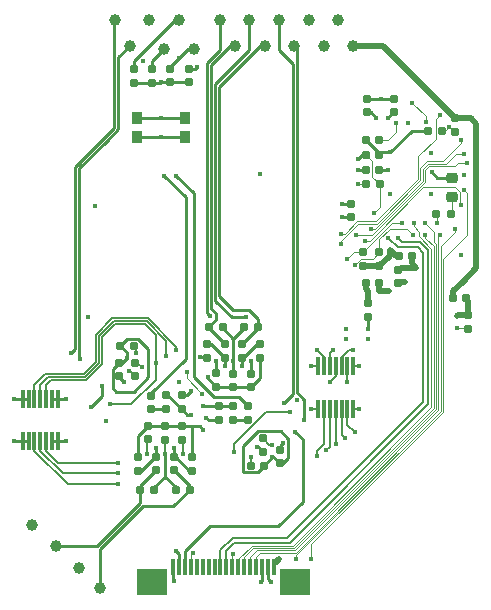
<source format=gbr>
%TF.GenerationSoftware,KiCad,Pcbnew,(7.0.0)*%
%TF.CreationDate,2023-05-27T11:20:30+01:00*%
%TF.ProjectId,left_main,6c656674-5f6d-4616-996e-2e6b69636164,rev?*%
%TF.SameCoordinates,Original*%
%TF.FileFunction,Copper,L1,Top*%
%TF.FilePolarity,Positive*%
%FSLAX46Y46*%
G04 Gerber Fmt 4.6, Leading zero omitted, Abs format (unit mm)*
G04 Created by KiCad (PCBNEW (7.0.0)) date 2023-05-27 11:20:30*
%MOMM*%
%LPD*%
G01*
G04 APERTURE LIST*
G04 Aperture macros list*
%AMRoundRect*
0 Rectangle with rounded corners*
0 $1 Rounding radius*
0 $2 $3 $4 $5 $6 $7 $8 $9 X,Y pos of 4 corners*
0 Add a 4 corners polygon primitive as box body*
4,1,4,$2,$3,$4,$5,$6,$7,$8,$9,$2,$3,0*
0 Add four circle primitives for the rounded corners*
1,1,$1+$1,$2,$3*
1,1,$1+$1,$4,$5*
1,1,$1+$1,$6,$7*
1,1,$1+$1,$8,$9*
0 Add four rect primitives between the rounded corners*
20,1,$1+$1,$2,$3,$4,$5,0*
20,1,$1+$1,$4,$5,$6,$7,0*
20,1,$1+$1,$6,$7,$8,$9,0*
20,1,$1+$1,$8,$9,$2,$3,0*%
G04 Aperture macros list end*
%TA.AperFunction,SMDPad,CuDef*%
%ADD10C,1.000000*%
%TD*%
%TA.AperFunction,SMDPad,CuDef*%
%ADD11RoundRect,0.155000X-0.212500X-0.155000X0.212500X-0.155000X0.212500X0.155000X-0.212500X0.155000X0*%
%TD*%
%TA.AperFunction,SMDPad,CuDef*%
%ADD12RoundRect,0.155000X0.155000X-0.212500X0.155000X0.212500X-0.155000X0.212500X-0.155000X-0.212500X0*%
%TD*%
%TA.AperFunction,SMDPad,CuDef*%
%ADD13RoundRect,0.155000X-0.155000X0.212500X-0.155000X-0.212500X0.155000X-0.212500X0.155000X0.212500X0*%
%TD*%
%TA.AperFunction,SMDPad,CuDef*%
%ADD14R,0.304800X1.397000*%
%TD*%
%TA.AperFunction,SMDPad,CuDef*%
%ADD15R,2.641600X2.311400*%
%TD*%
%TA.AperFunction,SMDPad,CuDef*%
%ADD16RoundRect,0.160000X0.160000X-0.197500X0.160000X0.197500X-0.160000X0.197500X-0.160000X-0.197500X0*%
%TD*%
%TA.AperFunction,SMDPad,CuDef*%
%ADD17RoundRect,0.160000X0.197500X0.160000X-0.197500X0.160000X-0.197500X-0.160000X0.197500X-0.160000X0*%
%TD*%
%TA.AperFunction,SMDPad,CuDef*%
%ADD18RoundRect,0.160000X-0.160000X0.197500X-0.160000X-0.197500X0.160000X-0.197500X0.160000X0.197500X0*%
%TD*%
%TA.AperFunction,SMDPad,CuDef*%
%ADD19RoundRect,0.155000X0.212500X0.155000X-0.212500X0.155000X-0.212500X-0.155000X0.212500X-0.155000X0*%
%TD*%
%TA.AperFunction,SMDPad,CuDef*%
%ADD20RoundRect,0.160000X-0.197500X-0.160000X0.197500X-0.160000X0.197500X0.160000X-0.197500X0.160000X0*%
%TD*%
%TA.AperFunction,SMDPad,CuDef*%
%ADD21R,0.300000X1.600000*%
%TD*%
%TA.AperFunction,SMDPad,CuDef*%
%ADD22R,0.900000X1.000000*%
%TD*%
%TA.AperFunction,SMDPad,CuDef*%
%ADD23RoundRect,0.218750X-0.256250X0.218750X-0.256250X-0.218750X0.256250X-0.218750X0.256250X0.218750X0*%
%TD*%
%TA.AperFunction,ViaPad*%
%ADD24C,0.450000*%
%TD*%
%TA.AperFunction,Conductor*%
%ADD25C,0.500000*%
%TD*%
%TA.AperFunction,Conductor*%
%ADD26C,0.250000*%
%TD*%
%TA.AperFunction,Conductor*%
%ADD27C,0.150000*%
%TD*%
%TA.AperFunction,Conductor*%
%ADD28C,0.100000*%
%TD*%
%TA.AperFunction,Conductor*%
%ADD29C,0.127000*%
%TD*%
%TA.AperFunction,Conductor*%
%ADD30C,0.200000*%
%TD*%
G04 APERTURE END LIST*
D10*
%TO.P,J11,1,1*%
%TO.N,/FB_mic_R_+*%
X71500000Y-32000000D03*
%TD*%
D11*
%TO.P,C16,1*%
%TO.N,/HP_driver_L/vneg*%
X70298500Y-67564000D03*
%TO.P,C16,2*%
%TO.N,GND*%
X71433500Y-67564000D03*
%TD*%
D10*
%TO.P,J22,1,1*%
%TO.N,/A2*%
X61722000Y-29840795D03*
%TD*%
%TO.P,J5,1,1*%
%TO.N,/FB_mic_L_+*%
X53800000Y-74400000D03*
%TD*%
D12*
%TO.P,C56,1*%
%TO.N,/FB_mic_L_+*%
X62302500Y-67967500D03*
%TO.P,C56,2*%
%TO.N,Net-(IC2-MICR)*%
X62302500Y-66832500D03*
%TD*%
D13*
%TO.P,C5,1*%
%TO.N,GND*%
X82442500Y-36507000D03*
%TO.P,C5,2*%
%TO.N,Net-(U2-PA01{slash}EINT1{slash}SERCOM1.1)*%
X82442500Y-37642000D03*
%TD*%
D14*
%TO.P,J1,1,Pin_1*%
%TO.N,GND*%
X63750000Y-76154499D03*
%TO.P,J1,2,Pin_2*%
%TO.N,/audio_in_L*%
X64249999Y-76154499D03*
%TO.P,J1,3,Pin_3*%
%TO.N,/audio_in_R*%
X64750000Y-76154499D03*
%TO.P,J1,4,Pin_4*%
%TO.N,/D11*%
X65249999Y-76154499D03*
%TO.P,J1,5,Pin_5*%
%TO.N,unconnected-(J1-Pin_5-Pad5)*%
X65750001Y-76154499D03*
%TO.P,J1,6,Pin_6*%
%TO.N,unconnected-(J1-Pin_6-Pad6)*%
X66250000Y-76154499D03*
%TO.P,J1,7,Pin_7*%
%TO.N,unconnected-(J1-Pin_7-Pad7)*%
X66749999Y-76154499D03*
%TO.P,J1,8,Pin_8*%
%TO.N,unconnected-(J1-Pin_8-Pad8)*%
X67250001Y-76154499D03*
%TO.P,J1,9,Pin_9*%
%TO.N,/USB_D+*%
X67749999Y-76154499D03*
%TO.P,J1,10,Pin_10*%
%TO.N,/USB_D-*%
X68250001Y-76154499D03*
%TO.P,J1,11,Pin_11*%
%TO.N,/D2*%
X68750000Y-76154499D03*
%TO.P,J1,12,Pin_12*%
%TO.N,/ANC_PBO*%
X69249999Y-76154499D03*
%TO.P,J1,13,Pin_13*%
%TO.N,/ANC_OFF*%
X69750001Y-76154499D03*
%TO.P,J1,14,Pin_14*%
%TO.N,/ANC_ON*%
X70250000Y-76154499D03*
%TO.P,J1,15,Pin_15*%
%TO.N,/D10*%
X70750001Y-76154499D03*
%TO.P,J1,16,Pin_16*%
%TO.N,GND*%
X71250000Y-76154499D03*
%TO.P,J1,17,Pin_17*%
%TO.N,+3V3*%
X71749999Y-76154499D03*
%TO.P,J1,18,Pin_18*%
%TO.N,VBUS*%
X72250001Y-76154499D03*
D15*
%TO.P,J1,19,Pin_19*%
%TO.N,GND*%
X74032499Y-77399099D03*
%TO.P,J1,20,Pin_20*%
X61967499Y-77399099D03*
%TD*%
D11*
%TO.P,C2,1*%
%TO.N,VDD*%
X80063000Y-41240500D03*
%TO.P,C2,2*%
%TO.N,GND*%
X81198000Y-41240500D03*
%TD*%
D13*
%TO.P,C4,1*%
%TO.N,GND*%
X80192500Y-36507000D03*
%TO.P,C4,2*%
%TO.N,Net-(U2-PA00{slash}EINT0{slash}SERCOM1.0)*%
X80192500Y-37642000D03*
%TD*%
D16*
%TO.P,R4,1*%
%TO.N,Net-(U3-PROG)*%
X88750000Y-56000000D03*
%TO.P,R4,2*%
%TO.N,GND*%
X88750000Y-54805000D03*
%TD*%
D13*
%TO.P,C14,1*%
%TO.N,/AOHPR*%
X70100000Y-62530000D03*
%TO.P,C14,2*%
%TO.N,Net-(C14-Pad2)*%
X70100000Y-63665000D03*
%TD*%
D16*
%TO.P,R75,1*%
%TO.N,VDD*%
X81200000Y-50697500D03*
%TO.P,R75,2*%
%TO.N,/I2C_SDA*%
X81200000Y-49502500D03*
%TD*%
D13*
%TO.P,C48,1*%
%TO.N,Net-(IC2-MICL)*%
X63802500Y-66832500D03*
%TO.P,C48,2*%
%TO.N,/FF_mic_L_+*%
X63802500Y-67967500D03*
%TD*%
D10*
%TO.P,J3,1,1*%
%TO.N,/FF_mic_L_+*%
X57550000Y-77950000D03*
%TD*%
%TO.P,J16,1,1*%
%TO.N,+BATT*%
X79000000Y-32000000D03*
%TD*%
D17*
%TO.P,R49,1*%
%TO.N,Net-(IC2-MICS)*%
X62147500Y-69600000D03*
%TO.P,R49,2*%
%TO.N,/FB_mic_L_+*%
X60952500Y-69600000D03*
%TD*%
D18*
%TO.P,R6,1*%
%TO.N,Net-(IC1-QLINR)*%
X67600000Y-62500000D03*
%TO.P,R6,2*%
%TO.N,Net-(IC1-LINR)*%
X67600000Y-63695000D03*
%TD*%
D12*
%TO.P,C12,1*%
%TO.N,GND*%
X67352500Y-60867500D03*
%TO.P,C12,2*%
%TO.N,Net-(IC1-MICACL)*%
X67352500Y-59732500D03*
%TD*%
D13*
%TO.P,C15,1*%
%TO.N,+1V8*%
X72750000Y-66234500D03*
%TO.P,C15,2*%
%TO.N,GND*%
X72750000Y-67369500D03*
%TD*%
D10*
%TO.P,J7,1,1*%
%TO.N,/HP_L_+*%
X58801000Y-29845000D03*
%TD*%
D16*
%TO.P,R44,1*%
%TO.N,Net-(IC2-QLINR)*%
X64452500Y-62797500D03*
%TO.P,R44,2*%
%TO.N,Net-(IC2-LINR)*%
X64452500Y-61602500D03*
%TD*%
D10*
%TO.P,J14,1,1*%
%TO.N,/HP_R_-*%
X72705627Y-29840795D03*
%TD*%
D13*
%TO.P,C49,1*%
%TO.N,GND*%
X64452500Y-64232500D03*
%TO.P,C49,2*%
%TO.N,Net-(IC2-MICACL)*%
X64452500Y-65367500D03*
%TD*%
D12*
%TO.P,C1,1*%
%TO.N,+3V3*%
X78800000Y-46535000D03*
%TO.P,C1,2*%
%TO.N,GND*%
X78800000Y-45400000D03*
%TD*%
D13*
%TO.P,C54,1*%
%TO.N,Net-(IC2-CPN)*%
X60550000Y-58832500D03*
%TO.P,C54,2*%
%TO.N,Net-(IC2-CPP)*%
X60550000Y-59967500D03*
%TD*%
D19*
%TO.P,C47,1*%
%TO.N,/HP_driver_L/vneg*%
X60405165Y-57400000D03*
%TO.P,C47,2*%
%TO.N,GND*%
X59270165Y-57400000D03*
%TD*%
D17*
%TO.P,R5,1*%
%TO.N,VDD*%
X81228000Y-43740500D03*
%TO.P,R5,2*%
%TO.N,/~{RESET}*%
X80033000Y-43740500D03*
%TD*%
D16*
%TO.P,R42,1*%
%TO.N,Net-(C43-Pad2)*%
X63100000Y-62797500D03*
%TO.P,R42,2*%
%TO.N,Net-(IC2-QLINR)*%
X63100000Y-61602500D03*
%TD*%
D12*
%TO.P,C9,1*%
%TO.N,Net-(IC1-MICL)*%
X68100000Y-58417500D03*
%TO.P,C9,2*%
%TO.N,/FF_mic_R_+*%
X68100000Y-57282500D03*
%TD*%
D10*
%TO.P,J13,1,1*%
%TO.N,/HP_R_+*%
X74000000Y-32000000D03*
%TD*%
D20*
%TO.P,R1,1*%
%TO.N,/D13*%
X86033000Y-46240500D03*
%TO.P,R1,2*%
%TO.N,Net-(D1-A)*%
X87228000Y-46240500D03*
%TD*%
D10*
%TO.P,J8,1,1*%
%TO.N,/HP_L_-*%
X60071000Y-32004000D03*
%TD*%
D21*
%TO.P,J24,1,Pin_1*%
%TO.N,GND*%
X53999999Y-61899999D03*
%TO.P,J24,2,Pin_2*%
X53499999Y-61899999D03*
%TO.P,J24,3,Pin_3*%
%TO.N,/FF_QOP1_L*%
X52999999Y-61899999D03*
%TO.P,J24,4,Pin_4*%
%TO.N,/FF_IOP1_L*%
X52499999Y-61899999D03*
%TO.P,J24,5,Pin_5*%
%TO.N,/FF_QMIC_L*%
X51999999Y-61899999D03*
%TO.P,J24,6,Pin_6*%
%TO.N,GND*%
X51499999Y-61899999D03*
%TO.P,J24,7,Pin_7*%
X50999999Y-61899999D03*
%TO.P,J24,8,Pin_8*%
X53999999Y-65499999D03*
%TO.P,J24,9,Pin_9*%
X53499999Y-65499999D03*
%TO.P,J24,10,Pin_10*%
%TO.N,/FF_QMIC_R*%
X52999999Y-65499999D03*
%TO.P,J24,11,Pin_11*%
%TO.N,/FF_IOP1_R*%
X52499999Y-65499999D03*
%TO.P,J24,12,Pin_12*%
%TO.N,/FF_QOP1_R*%
X51999999Y-65499999D03*
%TO.P,J24,13,Pin_13*%
%TO.N,GND*%
X51499999Y-65499999D03*
%TO.P,J24,14,Pin_14*%
X50999999Y-65499999D03*
%TD*%
D16*
%TO.P,R74,1*%
%TO.N,VDD*%
X79800000Y-50697500D03*
%TO.P,R74,2*%
%TO.N,/I2C_SCL*%
X79800000Y-49502500D03*
%TD*%
D10*
%TO.P,J10,1,1*%
%TO.N,GND*%
X67729627Y-29840795D03*
%TD*%
D11*
%TO.P,C6,1*%
%TO.N,+BATT*%
X87432500Y-53402500D03*
%TO.P,C6,2*%
%TO.N,GND*%
X88567500Y-53402500D03*
%TD*%
D17*
%TO.P,R47,1*%
%TO.N,/FF_mic_L_+*%
X65147500Y-69600000D03*
%TO.P,R47,2*%
%TO.N,Net-(IC2-MICS)*%
X63952500Y-69600000D03*
%TD*%
D19*
%TO.P,C77,1*%
%TO.N,/AREF*%
X81198000Y-39990500D03*
%TO.P,C77,2*%
%TO.N,GND*%
X80063000Y-39990500D03*
%TD*%
D13*
%TO.P,C13,1*%
%TO.N,Net-(IC1-MICACR)*%
X70352500Y-59765000D03*
%TO.P,C13,2*%
%TO.N,GND*%
X70352500Y-60900000D03*
%TD*%
%TO.P,C10,1*%
%TO.N,/FB_mic_R_+*%
X69600000Y-57282500D03*
%TO.P,C10,2*%
%TO.N,Net-(IC1-MICR)*%
X69600000Y-58417500D03*
%TD*%
D10*
%TO.P,J6,1,1*%
%TO.N,GND*%
X51800000Y-72600000D03*
%TD*%
D18*
%TO.P,R72,1*%
%TO.N,Net-(J20-Pad1)*%
X61976000Y-33946500D03*
%TO.P,R72,2*%
%TO.N,GND*%
X61976000Y-35141500D03*
%TD*%
D21*
%TO.P,J23,1,Pin_1*%
%TO.N,GND*%
X75999999Y-62749999D03*
%TO.P,J23,2,Pin_2*%
%TO.N,/FB_QMIC_L*%
X76499999Y-62749999D03*
%TO.P,J23,3,Pin_3*%
%TO.N,/FB_IOP1_L*%
X76999999Y-62749999D03*
%TO.P,J23,4,Pin_4*%
%TO.N,/FB_QOP1_L*%
X77499999Y-62749999D03*
%TO.P,J23,5,Pin_5*%
%TO.N,/FB_IOP2_L*%
X77999999Y-62749999D03*
%TO.P,J23,6,Pin_6*%
%TO.N,/FB_QOP2_L*%
X78499999Y-62749999D03*
%TO.P,J23,7,Pin_7*%
%TO.N,GND*%
X78999999Y-62749999D03*
%TO.P,J23,8,Pin_8*%
X75999999Y-59149999D03*
%TO.P,J23,9,Pin_9*%
%TO.N,/FB_QMIC_R*%
X76499999Y-59149999D03*
%TO.P,J23,10,Pin_10*%
%TO.N,/FB_IOP1_R*%
X76999999Y-59149999D03*
%TO.P,J23,11,Pin_11*%
%TO.N,/FB_QOP1_R*%
X77499999Y-59149999D03*
%TO.P,J23,12,Pin_12*%
%TO.N,/FB_IOP2_R*%
X77999999Y-59149999D03*
%TO.P,J23,13,Pin_13*%
%TO.N,/FB_QOP2_R*%
X78499999Y-59149999D03*
%TO.P,J23,14,Pin_14*%
%TO.N,GND*%
X78999999Y-59149999D03*
%TD*%
D18*
%TO.P,R2,1*%
%TO.N,+BATT*%
X87630500Y-38143000D03*
%TO.P,R2,2*%
%TO.N,/BAT_V_SENSE*%
X87630500Y-39338000D03*
%TD*%
D10*
%TO.P,J12,1,1*%
%TO.N,GND*%
X70205627Y-29840795D03*
%TD*%
D16*
%TO.P,R7,1*%
%TO.N,Net-(C14-Pad2)*%
X68850000Y-63695000D03*
%TO.P,R7,2*%
%TO.N,Net-(IC1-QLINR)*%
X68850000Y-62500000D03*
%TD*%
D10*
%TO.P,J20,1,1*%
%TO.N,Net-(J20-Pad1)*%
X62992000Y-32258000D03*
%TD*%
D18*
%TO.P,R73,1*%
%TO.N,/A4*%
X60452000Y-33946500D03*
%TO.P,R73,2*%
%TO.N,GND*%
X60452000Y-35141500D03*
%TD*%
D16*
%TO.P,R43,1*%
%TO.N,Net-(IC2-MICL)*%
X65302500Y-67997500D03*
%TO.P,R43,2*%
%TO.N,GND*%
X65302500Y-66802500D03*
%TD*%
D19*
%TO.P,C75,1*%
%TO.N,+3V3*%
X81167500Y-52100000D03*
%TO.P,C75,2*%
%TO.N,GND*%
X80032500Y-52100000D03*
%TD*%
D13*
%TO.P,C78,1*%
%TO.N,Net-(U8-OUT)*%
X63500000Y-33976500D03*
%TO.P,C78,2*%
%TO.N,GND*%
X63500000Y-35111500D03*
%TD*%
%TO.P,C79,1*%
%TO.N,+3V3*%
X65083500Y-33976500D03*
%TO.P,C79,2*%
%TO.N,GND*%
X65083500Y-35111500D03*
%TD*%
D12*
%TO.P,C58,1*%
%TO.N,+1V8*%
X59150000Y-59967500D03*
%TO.P,C58,2*%
%TO.N,GND*%
X59150000Y-58832500D03*
%TD*%
D10*
%TO.P,J15,1,1*%
%TO.N,/D3*%
X75205627Y-29840795D03*
%TD*%
%TO.P,J21,1,1*%
%TO.N,/A4*%
X64262000Y-29840795D03*
%TD*%
%TO.P,J9,1,1*%
%TO.N,/FF_mic_R_+*%
X69000000Y-32000000D03*
%TD*%
D22*
%TO.P,SW2,1,A*%
%TO.N,/~{RESET}*%
X64749999Y-39699999D03*
X60649999Y-39699999D03*
%TO.P,SW2,2,B*%
%TO.N,GND*%
X64749999Y-38099999D03*
X60649999Y-38099999D03*
%TD*%
D12*
%TO.P,C52,1*%
%TO.N,Net-(IC2-MICACR)*%
X61652500Y-65335000D03*
%TO.P,C52,2*%
%TO.N,GND*%
X61652500Y-64200000D03*
%TD*%
%TO.P,C76,1*%
%TO.N,+1V8*%
X80200000Y-54967500D03*
%TO.P,C76,2*%
%TO.N,GND*%
X80200000Y-53832500D03*
%TD*%
D20*
%TO.P,R8,1*%
%TO.N,/FF_mic_R_+*%
X66752500Y-55800000D03*
%TO.P,R8,2*%
%TO.N,Net-(IC1-MICS)*%
X67947500Y-55800000D03*
%TD*%
D10*
%TO.P,J17,1,1*%
%TO.N,+3V3*%
X76500000Y-32000000D03*
%TD*%
D13*
%TO.P,C11,1*%
%TO.N,Net-(IC1-MICS)*%
X68850000Y-59782500D03*
%TO.P,C11,2*%
%TO.N,GND*%
X68850000Y-60917500D03*
%TD*%
D18*
%TO.P,R10,1*%
%TO.N,Net-(IC1-MICR)*%
X71100000Y-57252500D03*
%TO.P,R10,2*%
%TO.N,GND*%
X71100000Y-58447500D03*
%TD*%
D10*
%TO.P,J4,1,1*%
%TO.N,GND*%
X55800000Y-76200000D03*
%TD*%
D16*
%TO.P,R53,1*%
%TO.N,Net-(IC2-MICR)*%
X60802500Y-67997500D03*
%TO.P,R53,2*%
%TO.N,GND*%
X60802500Y-66802500D03*
%TD*%
D12*
%TO.P,C7,1*%
%TO.N,VBUS*%
X82800000Y-52129500D03*
%TO.P,C7,2*%
%TO.N,GND*%
X82800000Y-50994500D03*
%TD*%
D18*
%TO.P,R11,1*%
%TO.N,Net-(IC1-MICL)*%
X66600000Y-57252500D03*
%TO.P,R11,2*%
%TO.N,GND*%
X66600000Y-58447500D03*
%TD*%
D17*
%TO.P,R3,1*%
%TO.N,/BAT_V_SENSE*%
X86478000Y-39240500D03*
%TO.P,R3,2*%
%TO.N,GND*%
X85283000Y-39240500D03*
%TD*%
D20*
%TO.P,R9,1*%
%TO.N,Net-(IC1-MICS)*%
X69752500Y-55800000D03*
%TO.P,R9,2*%
%TO.N,/FB_mic_R_+*%
X70947500Y-55800000D03*
%TD*%
D23*
%TO.P,D1,1,C*%
%TO.N,GND*%
X87380500Y-43203000D03*
%TO.P,D1,2,A*%
%TO.N,Net-(D1-A)*%
X87380500Y-44778000D03*
%TD*%
D10*
%TO.P,J19,1,1*%
%TO.N,Net-(U8-OUT)*%
X65532000Y-32258000D03*
%TD*%
D12*
%TO.P,C17,1*%
%TO.N,Net-(IC1-CPN)*%
X71347500Y-66367500D03*
%TO.P,C17,2*%
%TO.N,Net-(IC1-CPP)*%
X71347500Y-65232500D03*
%TD*%
D10*
%TO.P,J18,1,1*%
%TO.N,GND*%
X77705627Y-29840795D03*
%TD*%
D11*
%TO.P,C3,1*%
%TO.N,Net-(U2-VDDCORE)*%
X80063000Y-42490500D03*
%TO.P,C3,2*%
%TO.N,GND*%
X81198000Y-42490500D03*
%TD*%
D12*
%TO.P,C50,1*%
%TO.N,Net-(IC2-MICS)*%
X63052500Y-65367500D03*
%TO.P,C50,2*%
%TO.N,GND*%
X63052500Y-64232500D03*
%TD*%
D13*
%TO.P,C43,1*%
%TO.N,/AOHPL*%
X61850000Y-61632500D03*
%TO.P,C43,2*%
%TO.N,Net-(C43-Pad2)*%
X61850000Y-62767500D03*
%TD*%
D11*
%TO.P,C8,1*%
%TO.N,VDD*%
X82832500Y-49784000D03*
%TO.P,C8,2*%
%TO.N,GND*%
X83967500Y-49784000D03*
%TD*%
D24*
%TO.N,+3V3*%
X82000000Y-52800000D03*
X72000000Y-77400000D03*
X78000000Y-46535000D03*
X81200000Y-52800000D03*
X76500000Y-32000000D03*
X65786000Y-33782000D03*
%TO.N,GND*%
X85563914Y-41079448D03*
X75400000Y-62750000D03*
X85547496Y-44527343D03*
X78000000Y-45400000D03*
X57100000Y-45600000D03*
X66862944Y-54912444D03*
X79500000Y-62750000D03*
X75400000Y-59150000D03*
X88126001Y-49771300D03*
X81367000Y-36507000D03*
X63000000Y-76600000D03*
X74200000Y-62000000D03*
X50300000Y-61900000D03*
X80200000Y-52800000D03*
X59815500Y-58420000D03*
X66294000Y-64516000D03*
X71200000Y-77400000D03*
X77705627Y-29840795D03*
X69900000Y-55000000D03*
X79500000Y-59150000D03*
X63000000Y-78200000D03*
X73000000Y-76600000D03*
X87750000Y-54902500D03*
X66000000Y-58400000D03*
X84328000Y-50800000D03*
X55800000Y-76200000D03*
X85630500Y-42740500D03*
X63800000Y-77300000D03*
X81930926Y-42490500D03*
X54700000Y-61900000D03*
X61000000Y-76600000D03*
X51850000Y-72650000D03*
X61000000Y-78200000D03*
X64262000Y-60500000D03*
X82124228Y-41046611D03*
X50300000Y-65500000D03*
X75000000Y-78200000D03*
X82132438Y-44527343D03*
X61214000Y-33274000D03*
X58100000Y-63800000D03*
X71100000Y-42900000D03*
X54700000Y-65500000D03*
X73000000Y-78200000D03*
X75000000Y-76600000D03*
X62738000Y-38100000D03*
X66657894Y-60100000D03*
X62738000Y-35052000D03*
X72129131Y-66802000D03*
X56500000Y-55000000D03*
%TO.N,Net-(U2-VDDCORE)*%
X79380500Y-42490500D03*
%TO.N,Net-(U2-PA00{slash}EINT0{slash}SERCOM1.0)*%
X80918500Y-38090500D03*
%TO.N,Net-(U2-PA01{slash}EINT1{slash}SERCOM1.1)*%
X81934500Y-38090500D03*
%TO.N,+BATT*%
X88250000Y-52000000D03*
%TO.N,VBUS*%
X72675900Y-75469900D03*
X83400000Y-52000000D03*
%TO.N,VDD*%
X82100000Y-49300000D03*
X79380500Y-41615500D03*
X83598000Y-38590500D03*
X88392000Y-42926000D03*
X80730500Y-46190500D03*
%TO.N,Net-(IC1-MICL)*%
X68100000Y-59100000D03*
%TO.N,Net-(IC1-MICR)*%
X69600000Y-59100000D03*
%TO.N,Net-(IC1-MICS)*%
X68850000Y-58674000D03*
%TO.N,Net-(IC1-MICACL)*%
X67355000Y-58674000D03*
%TO.N,Net-(IC1-MICACR)*%
X70358000Y-58674000D03*
%TO.N,/AOHPR*%
X64000000Y-43000000D03*
%TO.N,+1V8*%
X80200000Y-56800000D03*
X78400000Y-56800000D03*
X73025000Y-65659000D03*
X78400000Y-56000000D03*
X59600000Y-60500000D03*
X80200000Y-56000000D03*
%TO.N,/HP_driver_L/vneg*%
X60600000Y-58000000D03*
X70358000Y-66802000D03*
%TO.N,Net-(IC1-CPN)*%
X70806050Y-66000000D03*
%TO.N,Net-(IC1-CPP)*%
X72136000Y-65786000D03*
%TO.N,/FB_QMIC_R*%
X75900000Y-57750000D03*
%TO.N,/FB_IOP1_R*%
X77250000Y-57750000D03*
%TO.N,/FB_QOP1_R*%
X77000000Y-60500000D03*
%TO.N,/FB_IOP2_R*%
X79000000Y-57750000D03*
%TO.N,/FB_QOP2_R*%
X78500000Y-60500000D03*
%TO.N,/FF_QOP1_R*%
X68877500Y-66377500D03*
X59100000Y-69100000D03*
X73660000Y-62992000D03*
%TO.N,/FF_IOP1_R*%
X59100000Y-68200000D03*
%TO.N,/FF_QMIC_R*%
X59100000Y-67300000D03*
%TO.N,/FB_QMIC_L*%
X75900000Y-66750000D03*
%TO.N,/FB_IOP1_L*%
X76700000Y-66250000D03*
%TO.N,/FB_QOP1_L*%
X77500000Y-65750000D03*
%TO.N,/FB_IOP2_L*%
X78300000Y-65250000D03*
%TO.N,/AOHPL*%
X63000000Y-43000000D03*
%TO.N,Net-(IC2-MICL)*%
X63802500Y-66082500D03*
%TO.N,Net-(IC2-MICACL)*%
X64546428Y-66548000D03*
%TO.N,Net-(IC2-MICS)*%
X63052500Y-66548000D03*
%TO.N,Net-(IC2-MICACR)*%
X61550000Y-66548000D03*
%TO.N,Net-(IC2-CPN)*%
X61098041Y-59212687D03*
%TO.N,Net-(IC2-CPP)*%
X59996884Y-59517929D03*
%TO.N,Net-(IC2-MICR)*%
X62302500Y-66082500D03*
%TO.N,/FB_QOP2_L*%
X79100000Y-64750000D03*
%TO.N,/FF_QOP1_L*%
X58420000Y-62386405D03*
X62300000Y-58900000D03*
%TO.N,/FF_IOP1_L*%
X63125000Y-58300000D03*
%TO.N,/FF_QMIC_L*%
X64000000Y-57800000D03*
%TO.N,/AREF*%
X82630500Y-38590500D03*
%TO.N,Net-(U8-OUT)*%
X64262000Y-33020000D03*
%TO.N,Net-(IC1-LINR)*%
X66548000Y-63500000D03*
%TO.N,Net-(IC1-QLINR)*%
X66294000Y-62500000D03*
%TO.N,/I2C_SDA*%
X66228000Y-61468000D03*
X84063188Y-48006000D03*
X64900000Y-59600000D03*
X79100000Y-50600000D03*
%TO.N,/I2C_SCL*%
X78486000Y-50038000D03*
X83130500Y-46990500D03*
%TO.N,/HP_R_-*%
X73152000Y-62230000D03*
%TO.N,/HP_R_+*%
X74800000Y-63700000D03*
%TO.N,/audio_in_R*%
X74100000Y-64700000D03*
%TO.N,Net-(IC2-LINR)*%
X65278000Y-61214000D03*
%TO.N,Net-(IC2-QLINR)*%
X65278000Y-63246000D03*
%TO.N,/HP_L_-*%
X55900000Y-58500000D03*
%TO.N,/HP_L_+*%
X55118000Y-58054974D03*
%TO.N,/audio_in_L*%
X56800000Y-62600000D03*
X57700000Y-60800000D03*
X64000000Y-74800000D03*
%TO.N,/D2*%
X88392000Y-44196000D03*
X68834000Y-75021000D03*
X75438000Y-75438000D03*
%TO.N,/ANC_PBO*%
X84130500Y-46990500D03*
%TO.N,/ANC_OFF*%
X85090000Y-48006000D03*
%TO.N,/ANC_ON*%
X85090000Y-46990000D03*
%TO.N,/D10*%
X86360000Y-48006000D03*
%TO.N,/USB_D+*%
X81948000Y-48260000D03*
%TO.N,/USB_D-*%
X82748000Y-48260000D03*
%TO.N,/D11*%
X74168000Y-75438000D03*
X65400000Y-75000000D03*
X87630000Y-47498000D03*
%TO.N,/D3*%
X75205627Y-29840795D03*
%TO.N,/A4*%
X64262000Y-29840795D03*
%TO.N,/D13*%
X86106000Y-46990000D03*
%TO.N,/BAT_V_SENSE*%
X87108140Y-38852500D03*
%TO.N,Net-(U3-PROG)*%
X87750000Y-55902500D03*
%TO.N,/~{RESET}*%
X79380500Y-43740500D03*
X62738000Y-39700000D03*
%TO.N,/BM83_UART_RX*%
X80518000Y-47498000D03*
X88392000Y-41148000D03*
%TO.N,/BM83_UART_TX*%
X88646000Y-41910000D03*
X79248000Y-48006000D03*
%TO.N,/BM83_PROG_EN*%
X86360000Y-37846000D03*
X77978000Y-47960000D03*
%TO.N,/A2*%
X61722000Y-29840795D03*
%TO.N,/A3*%
X85130500Y-38490500D03*
X83966500Y-36820500D03*
%TO.N,/D4*%
X77978000Y-48768000D03*
X88138000Y-39990500D03*
%TO.N,/3V3_EN*%
X80010000Y-48514000D03*
X88138000Y-45466000D03*
%TD*%
D25*
%TO.N,+3V3*%
X82000000Y-52800000D02*
X81200000Y-52800000D01*
D26*
X71750000Y-76154500D02*
X71750000Y-77150000D01*
X81167500Y-52767500D02*
X81200000Y-52800000D01*
D25*
X81167500Y-52100000D02*
X81167500Y-52767500D01*
D26*
X71750000Y-77150000D02*
X72000000Y-77400000D01*
X65591500Y-33976500D02*
X65786000Y-33782000D01*
X65083500Y-33976500D02*
X65591500Y-33976500D01*
X78000000Y-46535000D02*
X78800000Y-46535000D01*
%TO.N,GND*%
X66657894Y-60100000D02*
X66657894Y-60172894D01*
X67310000Y-53594000D02*
X67310000Y-35290000D01*
X81198000Y-41240500D02*
X81198000Y-41125500D01*
X78800000Y-45400000D02*
X78000000Y-45400000D01*
X72129131Y-66868369D02*
X71433500Y-67564000D01*
X73030500Y-67369500D02*
X72750000Y-67369500D01*
X62797500Y-35111500D02*
X62738000Y-35052000D01*
X72129131Y-66802000D02*
X72182500Y-66802000D01*
D25*
X80032500Y-52100000D02*
X80032500Y-52632500D01*
D26*
X69700000Y-68100000D02*
X69700000Y-65900000D01*
X66600000Y-33489026D02*
X67729627Y-32359399D01*
X58615000Y-61015000D02*
X58900000Y-61300000D01*
D27*
X76000000Y-59150000D02*
X75400000Y-59150000D01*
D26*
X58615000Y-59367500D02*
X59150000Y-58832500D01*
X85283000Y-39240500D02*
X83930339Y-39240500D01*
X64452500Y-64232500D02*
X65350000Y-64232500D01*
X59815500Y-58420000D02*
X59815500Y-57945335D01*
X81391889Y-41046611D02*
X81198000Y-41240500D01*
X71100000Y-60152500D02*
X70352500Y-60900000D01*
X83930339Y-39240500D02*
X82124228Y-41046611D01*
X66657894Y-60172894D02*
X67352500Y-60867500D01*
X81367000Y-36507000D02*
X82442500Y-36507000D01*
X66000000Y-58400000D02*
X66552500Y-58400000D01*
X81367000Y-36507000D02*
X80192500Y-36507000D01*
X72129131Y-66802000D02*
X72129131Y-66868369D01*
X58900000Y-61300000D02*
X60400000Y-61300000D01*
X59815500Y-57945335D02*
X59270165Y-57400000D01*
D25*
X88750000Y-54805000D02*
X88750000Y-53585000D01*
D26*
X69900000Y-55000000D02*
X68716000Y-55000000D01*
X67385000Y-60900000D02*
X67352500Y-60867500D01*
X60452000Y-35141500D02*
X61976000Y-35141500D01*
X62738000Y-38100000D02*
X64750000Y-38100000D01*
X62648500Y-35141500D02*
X62738000Y-35052000D01*
X51000000Y-61900000D02*
X50300000Y-61900000D01*
X68716000Y-55000000D02*
X67310000Y-53594000D01*
D25*
X83967500Y-50439500D02*
X83967500Y-49784000D01*
D26*
X63750001Y-76154500D02*
X63750001Y-77250001D01*
X81198000Y-42490500D02*
X81930926Y-42490500D01*
X72182500Y-66802000D02*
X72750000Y-67369500D01*
X66552500Y-58400000D02*
X66600000Y-58447500D01*
X73500000Y-66900000D02*
X73030500Y-67369500D01*
X59403000Y-58832500D02*
X59150000Y-58832500D01*
X70352500Y-60900000D02*
X67385000Y-60900000D01*
X71250001Y-76154500D02*
X71250001Y-77349999D01*
X61685000Y-64232500D02*
X61652500Y-64200000D01*
X58615000Y-61015000D02*
X58615000Y-59367500D01*
X70205627Y-32394373D02*
X70205627Y-29840795D01*
X60802500Y-66802500D02*
X60802500Y-65050000D01*
X51000000Y-65500000D02*
X50300000Y-65500000D01*
X73500000Y-65300000D02*
X73500000Y-66900000D01*
X60775066Y-56865000D02*
X61600000Y-57689934D01*
X54000000Y-61900000D02*
X54700000Y-61900000D01*
X71100000Y-58447500D02*
X71100000Y-60152500D01*
X62738000Y-38100000D02*
X60650000Y-38100000D01*
X69700000Y-65900000D02*
X70960000Y-64640000D01*
X71250001Y-77349999D02*
X71200000Y-77400000D01*
X66010500Y-64232500D02*
X65350000Y-64232500D01*
X82124228Y-41046611D02*
X81391889Y-41046611D01*
X66600000Y-54649500D02*
X66600000Y-33489026D01*
D27*
X76000000Y-62750000D02*
X75400000Y-62750000D01*
D26*
X59805165Y-56865000D02*
X60775066Y-56865000D01*
X65083500Y-35111500D02*
X63500000Y-35111500D01*
X60400000Y-61300000D02*
X61600000Y-60100000D01*
X53500000Y-61900000D02*
X54000000Y-61900000D01*
D27*
X79000000Y-62750000D02*
X79500000Y-62750000D01*
D26*
X72840000Y-64640000D02*
X73500000Y-65300000D01*
X66294000Y-64516000D02*
X66010500Y-64232500D01*
D25*
X80200000Y-53832500D02*
X80200000Y-52800000D01*
D26*
X87380500Y-43203000D02*
X86093000Y-43203000D01*
X54000000Y-65500000D02*
X54700000Y-65500000D01*
X51500000Y-65500000D02*
X51000000Y-65500000D01*
X59815500Y-58420000D02*
X59403000Y-58832500D01*
D25*
X88750000Y-53585000D02*
X88567500Y-53402500D01*
X88750000Y-54805000D02*
X87847500Y-54805000D01*
D26*
X64452500Y-64232500D02*
X61685000Y-64232500D01*
X65302500Y-64280000D02*
X65350000Y-64232500D01*
X67310000Y-35290000D02*
X70205627Y-32394373D01*
D25*
X82994500Y-50800000D02*
X82800000Y-50994500D01*
X84328000Y-50800000D02*
X82994500Y-50800000D01*
D26*
X63500000Y-35111500D02*
X62797500Y-35111500D01*
X70897500Y-68100000D02*
X69700000Y-68100000D01*
X63750001Y-77250001D02*
X63800000Y-77300000D01*
D25*
X84328000Y-50800000D02*
X83967500Y-50439500D01*
D27*
X79000000Y-59150000D02*
X79500000Y-59150000D01*
D26*
X61976000Y-35141500D02*
X62648500Y-35141500D01*
X81198000Y-41125500D02*
X80063000Y-39990500D01*
X70960000Y-64640000D02*
X72840000Y-64640000D01*
D25*
X80032500Y-52632500D02*
X80200000Y-52800000D01*
D26*
X65302500Y-66802500D02*
X65302500Y-64280000D01*
X86093000Y-43203000D02*
X85630500Y-42740500D01*
X53500000Y-65500000D02*
X54000000Y-65500000D01*
X66862944Y-54912444D02*
X66600000Y-54649500D01*
X71433500Y-67564000D02*
X70897500Y-68100000D01*
X51500000Y-61900000D02*
X51000000Y-61900000D01*
X60802500Y-65050000D02*
X61652500Y-64200000D01*
X59270165Y-57400000D02*
X59805165Y-56865000D01*
X61600000Y-57689934D02*
X61600000Y-60100000D01*
D25*
X87847500Y-54805000D02*
X87750000Y-54902500D01*
D26*
X67729627Y-32359399D02*
X67729627Y-29840795D01*
%TO.N,Net-(U2-VDDCORE)*%
X79380500Y-42490500D02*
X80063000Y-42490500D01*
%TO.N,Net-(U2-PA00{slash}EINT0{slash}SERCOM1.0)*%
X80192500Y-37642000D02*
X80470000Y-37642000D01*
X80470000Y-37642000D02*
X80918500Y-38090500D01*
%TO.N,Net-(U2-PA01{slash}EINT1{slash}SERCOM1.1)*%
X82442500Y-37642000D02*
X82383000Y-37642000D01*
X82383000Y-37642000D02*
X81934500Y-38090500D01*
D25*
%TO.N,+BATT*%
X87630500Y-38100500D02*
X87630500Y-38143000D01*
X81530000Y-32000000D02*
X87630500Y-38100500D01*
X79000000Y-32000000D02*
X81530000Y-32000000D01*
X87432500Y-53402500D02*
X87432500Y-52817500D01*
X87630500Y-38143000D02*
X88943000Y-38143000D01*
X88943000Y-38143000D02*
X89408000Y-38608000D01*
X89408000Y-38608000D02*
X89408000Y-50842000D01*
X87432500Y-52817500D02*
X88250000Y-52000000D01*
X89408000Y-50842000D02*
X88250000Y-52000000D01*
%TO.N,VBUS*%
X72675900Y-75469900D02*
X72352400Y-75793400D01*
X83400000Y-52000000D02*
X82929500Y-52000000D01*
X82929500Y-52000000D02*
X82800000Y-52129500D01*
D28*
%TO.N,VDD*%
X81228000Y-45693000D02*
X80730500Y-46190500D01*
X81228000Y-43740500D02*
X81228000Y-45693000D01*
D26*
X79380500Y-41615500D02*
X79755500Y-41240500D01*
D25*
X82832500Y-49784000D02*
X82584000Y-49784000D01*
X82584000Y-49784000D02*
X82100000Y-49300000D01*
D28*
X81228000Y-43740500D02*
X80580500Y-43093000D01*
D25*
X82100000Y-49300000D02*
X82100000Y-49797500D01*
X82100000Y-49797500D02*
X81200000Y-50697500D01*
D26*
X79755500Y-41240500D02*
X80063000Y-41240500D01*
D25*
X81200000Y-50697500D02*
X79800000Y-50697500D01*
D28*
X80580500Y-43093000D02*
X80580500Y-41758000D01*
X80580500Y-41758000D02*
X80063000Y-41240500D01*
D26*
%TO.N,Net-(IC1-MICL)*%
X66935000Y-57252500D02*
X66600000Y-57252500D01*
X68100000Y-58417500D02*
X68100000Y-59100000D01*
X68100000Y-58417500D02*
X66935000Y-57252500D01*
%TO.N,/FF_mic_R_+*%
X68584000Y-32000000D02*
X66950000Y-33634000D01*
X66950000Y-33634000D02*
X66950000Y-54221682D01*
X68100000Y-57282500D02*
X66752500Y-55935000D01*
X66752500Y-55935000D02*
X66752500Y-55800000D01*
X67412944Y-54684626D02*
X67412944Y-55139556D01*
X66950000Y-54221682D02*
X67412944Y-54684626D01*
X67412944Y-55139556D02*
X66752500Y-55800000D01*
X69000000Y-32000000D02*
X68584000Y-32000000D01*
%TO.N,/FB_mic_R_+*%
X70947500Y-55935000D02*
X70947500Y-55800000D01*
X70125199Y-54356000D02*
X70947500Y-55178301D01*
X67660000Y-35464000D02*
X67660000Y-53182000D01*
X71500000Y-32000000D02*
X71124000Y-32000000D01*
X71124000Y-32000000D02*
X67660000Y-35464000D01*
X70947500Y-55178301D02*
X70947500Y-55800000D01*
X68834000Y-54356000D02*
X70125199Y-54356000D01*
X67660000Y-53182000D02*
X68834000Y-54356000D01*
X69600000Y-57282500D02*
X70947500Y-55935000D01*
%TO.N,Net-(IC1-MICR)*%
X70847500Y-57252500D02*
X71100000Y-57252500D01*
X69682500Y-58417500D02*
X70847500Y-57252500D01*
X69600000Y-58417500D02*
X69600000Y-59100000D01*
X69600000Y-58417500D02*
X69682500Y-58417500D01*
%TO.N,Net-(IC1-MICS)*%
X68850000Y-56850000D02*
X68850000Y-59782500D01*
X69752500Y-55800000D02*
X69752500Y-55947500D01*
X67947500Y-55947500D02*
X68850000Y-56850000D01*
X69752500Y-55947500D02*
X68850000Y-56850000D01*
X67947500Y-55800000D02*
X67947500Y-55947500D01*
%TO.N,Net-(IC1-MICACL)*%
X67355000Y-58674000D02*
X67355000Y-59682500D01*
%TO.N,Net-(IC1-MICACR)*%
X70352500Y-58679500D02*
X70358000Y-58674000D01*
X70352500Y-59765000D02*
X70352500Y-58679500D01*
%TO.N,/AOHPR*%
X67172000Y-61722000D02*
X69292000Y-61722000D01*
X65500000Y-44500000D02*
X65500000Y-60050000D01*
X64000000Y-43000000D02*
X65500000Y-44500000D01*
X69292000Y-61722000D02*
X70100000Y-62530000D01*
X65500000Y-60050000D02*
X67172000Y-61722000D01*
%TO.N,Net-(C14-Pad2)*%
X68850000Y-63695000D02*
X70070000Y-63695000D01*
%TO.N,+1V8*%
X73025000Y-65659000D02*
X72750000Y-65934000D01*
X80200000Y-54967500D02*
X80200000Y-56000000D01*
X59150000Y-60050000D02*
X59600000Y-60500000D01*
X72750000Y-65934000D02*
X72750000Y-66234500D01*
D27*
%TO.N,/HP_driver_L/vneg*%
X70358000Y-67504500D02*
X70298500Y-67564000D01*
X60600000Y-58000000D02*
X60600000Y-57594835D01*
X60600000Y-57594835D02*
X60405165Y-57400000D01*
X70358000Y-66802000D02*
X70358000Y-67504500D01*
D29*
%TO.N,Net-(IC1-CPN)*%
X70806050Y-66000000D02*
X70980000Y-66000000D01*
X70980000Y-66000000D02*
X71347500Y-66367500D01*
D27*
%TO.N,Net-(IC1-CPP)*%
X72136000Y-65786000D02*
X71901000Y-65786000D01*
X71901000Y-65786000D02*
X71347500Y-65232500D01*
%TO.N,/FB_QMIC_R*%
X75900000Y-57750000D02*
X76500000Y-58350000D01*
X76500000Y-58350000D02*
X76500000Y-59150000D01*
%TO.N,/FB_IOP1_R*%
X77250000Y-57750000D02*
X77000000Y-58000000D01*
X77000000Y-58000000D02*
X77000000Y-59150000D01*
%TO.N,/FB_QOP1_R*%
X77000000Y-60500000D02*
X77500000Y-60000000D01*
X77500000Y-60000000D02*
X77500000Y-59150000D01*
%TO.N,/FB_IOP2_R*%
X78600000Y-57750000D02*
X78000000Y-58350000D01*
X78000000Y-58350000D02*
X78000000Y-59150000D01*
X79000000Y-57750000D02*
X78600000Y-57750000D01*
%TO.N,/FB_QOP2_R*%
X78500000Y-60500000D02*
X78500000Y-59150000D01*
%TO.N,/FF_QOP1_R*%
X54800000Y-69100000D02*
X52000000Y-66300000D01*
X68877500Y-66377500D02*
X68877500Y-65722500D01*
X71608000Y-62992000D02*
X73660000Y-62992000D01*
X59100000Y-69100000D02*
X54800000Y-69100000D01*
X68877500Y-65722500D02*
X71608000Y-62992000D01*
X52000000Y-66300000D02*
X52000000Y-65500000D01*
%TO.N,/FF_IOP1_R*%
X52500000Y-66300000D02*
X54400000Y-68200000D01*
X52500000Y-65500000D02*
X52500000Y-66300000D01*
X54400000Y-68200000D02*
X59100000Y-68200000D01*
%TO.N,/FF_QMIC_R*%
X53000000Y-66300000D02*
X54000000Y-67300000D01*
X53000000Y-65500000D02*
X53000000Y-66300000D01*
X54000000Y-67300000D02*
X59100000Y-67300000D01*
%TO.N,/FB_QMIC_L*%
X75900000Y-66292157D02*
X76500000Y-65692157D01*
X76500000Y-65692157D02*
X76500000Y-62750000D01*
X75900000Y-66750000D02*
X75900000Y-66292157D01*
%TO.N,/FB_IOP1_L*%
X77000000Y-65950000D02*
X77000000Y-62750000D01*
X76700000Y-66250000D02*
X77000000Y-65950000D01*
%TO.N,/FB_QOP1_L*%
X77500000Y-65750000D02*
X77500000Y-62750000D01*
%TO.N,/FB_IOP2_L*%
X78300000Y-65250000D02*
X78000000Y-64950000D01*
X78000000Y-64950000D02*
X78000000Y-62750000D01*
D26*
%TO.N,/AOHPL*%
X64800000Y-44800000D02*
X63000000Y-43000000D01*
X64800000Y-58500000D02*
X64800000Y-44800000D01*
X61850000Y-61450000D02*
X64800000Y-58500000D01*
X61850000Y-61632500D02*
X61850000Y-61450000D01*
%TO.N,Net-(C43-Pad2)*%
X61850000Y-62767500D02*
X63070000Y-62767500D01*
X63070000Y-62767500D02*
X63100000Y-62797500D01*
%TO.N,Net-(IC2-MICL)*%
X63961000Y-66832500D02*
X65126000Y-67997500D01*
X65126000Y-67997500D02*
X65302500Y-67997500D01*
X63802500Y-66832500D02*
X63802500Y-66082500D01*
X63802500Y-66832500D02*
X63961000Y-66832500D01*
%TO.N,/FF_mic_L_+*%
X63747500Y-71000000D02*
X65147500Y-69600000D01*
X57550000Y-77950000D02*
X57550000Y-74650000D01*
X57550000Y-74650000D02*
X61200000Y-71000000D01*
X65147500Y-69312500D02*
X63802500Y-67967500D01*
X61200000Y-71000000D02*
X63747500Y-71000000D01*
X65147500Y-69600000D02*
X65147500Y-69312500D01*
D27*
%TO.N,Net-(IC2-MICACL)*%
X64546428Y-65461428D02*
X64452500Y-65367500D01*
X64546428Y-66548000D02*
X64546428Y-65461428D01*
D26*
%TO.N,Net-(IC2-MICS)*%
X63952500Y-69600000D02*
X63952500Y-69397500D01*
X62147500Y-69402500D02*
X63052500Y-68497500D01*
X63952500Y-69397500D02*
X63052500Y-68497500D01*
D27*
X63052500Y-66548000D02*
X63052500Y-65367500D01*
D26*
X63052500Y-68497500D02*
X63052500Y-66548000D01*
X62147500Y-69600000D02*
X62147500Y-69402500D01*
D27*
%TO.N,Net-(IC2-MICACR)*%
X61550000Y-66548000D02*
X61550000Y-65437500D01*
X61550000Y-65437500D02*
X61652500Y-65335000D01*
%TO.N,Net-(IC2-CPN)*%
X60717854Y-58832500D02*
X60550000Y-58832500D01*
X61098041Y-59212687D02*
X60717854Y-58832500D01*
%TO.N,Net-(IC2-CPP)*%
X60100429Y-59517929D02*
X60550000Y-59967500D01*
X59996884Y-59517929D02*
X60100429Y-59517929D01*
D26*
%TO.N,/FB_mic_L_+*%
X60952500Y-69600000D02*
X60952500Y-69317500D01*
X60952500Y-69317500D02*
X62302500Y-67967500D01*
X60952500Y-69600000D02*
X60952500Y-70747500D01*
X57300000Y-74400000D02*
X53800000Y-74400000D01*
X60952500Y-70747500D02*
X57300000Y-74400000D01*
%TO.N,Net-(IC2-MICR)*%
X62302500Y-66832500D02*
X62199500Y-66832500D01*
X62302500Y-66832500D02*
X62302500Y-66082500D01*
X62199500Y-66832500D02*
X61034500Y-67997500D01*
X61034500Y-67997500D02*
X60802500Y-67997500D01*
D27*
%TO.N,/FB_QOP2_L*%
X78500000Y-64150000D02*
X78500000Y-62750000D01*
X79100000Y-64750000D02*
X78500000Y-64150000D01*
%TO.N,/FF_QOP1_L*%
X57700000Y-59000000D02*
X56407108Y-60292892D01*
X61400000Y-55600000D02*
X58800000Y-55600000D01*
X62300000Y-60300000D02*
X60213595Y-62386405D01*
X62300000Y-56500000D02*
X61400000Y-55600000D01*
X56407108Y-60292892D02*
X53407108Y-60292892D01*
X53000000Y-60700000D02*
X53000000Y-61900000D01*
X57700000Y-56700000D02*
X57700000Y-59000000D01*
X62300000Y-58900000D02*
X62300000Y-60300000D01*
X58800000Y-55600000D02*
X57700000Y-56700000D01*
X53407108Y-60292892D02*
X53000000Y-60700000D01*
X60213595Y-62386405D02*
X58420000Y-62386405D01*
X62300000Y-58900000D02*
X62300000Y-56500000D01*
%TO.N,/FF_IOP1_L*%
X52500000Y-61900000D02*
X52500000Y-60700000D01*
X57450000Y-58896446D02*
X57450000Y-56596446D01*
X53157108Y-60042892D02*
X56303554Y-60042892D01*
X63125000Y-56971446D02*
X63125000Y-58300000D01*
X52500000Y-60700000D02*
X53157108Y-60042892D01*
X56303554Y-60042892D02*
X57450000Y-58896446D01*
X57450000Y-56596446D02*
X58696446Y-55350000D01*
X61503553Y-55350000D02*
X63125000Y-56971446D01*
X58696446Y-55350000D02*
X61503553Y-55350000D01*
%TO.N,/FF_QMIC_L*%
X52000000Y-60700000D02*
X52000000Y-61900000D01*
X64000000Y-57800000D02*
X64000000Y-57492894D01*
X61607106Y-55100000D02*
X58592892Y-55100000D01*
X52907108Y-59792892D02*
X52000000Y-60700000D01*
X56200000Y-59792892D02*
X52907108Y-59792892D01*
X64000000Y-57492894D02*
X61607106Y-55100000D01*
X57200000Y-56492892D02*
X57200000Y-58792892D01*
X58592892Y-55100000D02*
X57200000Y-56492892D01*
X57200000Y-58792892D02*
X56200000Y-59792892D01*
D28*
%TO.N,/AREF*%
X82630500Y-38590500D02*
X82630500Y-39290500D01*
X81930500Y-39990500D02*
X81198000Y-39990500D01*
X82630500Y-39290500D02*
X81930500Y-39990500D01*
D26*
%TO.N,Net-(U8-OUT)*%
X65024000Y-32258000D02*
X65532000Y-32258000D01*
X63500000Y-33782000D02*
X64262000Y-33020000D01*
X64262000Y-33020000D02*
X65024000Y-32258000D01*
X63500000Y-33976500D02*
X63500000Y-33782000D01*
D28*
%TO.N,Net-(D1-A)*%
X87228000Y-46240500D02*
X87380500Y-46088000D01*
X87380500Y-46088000D02*
X87380500Y-44778000D01*
D26*
%TO.N,Net-(IC1-LINR)*%
X66743000Y-63695000D02*
X67600000Y-63695000D01*
X66548000Y-63500000D02*
X66743000Y-63695000D01*
%TO.N,Net-(IC1-QLINR)*%
X66294000Y-62500000D02*
X67600000Y-62500000D01*
X67600000Y-62500000D02*
X68850000Y-62500000D01*
D28*
%TO.N,/I2C_SDA*%
X81200000Y-49502500D02*
X80664500Y-50038000D01*
X83555188Y-47498000D02*
X82087342Y-47498000D01*
X80664500Y-50038000D02*
X79662000Y-50038000D01*
X64900000Y-59600000D02*
X64900000Y-60140000D01*
X82087342Y-47498000D02*
X81200000Y-48385342D01*
X64900000Y-60140000D02*
X66228000Y-61468000D01*
X79662000Y-50038000D02*
X79100000Y-50600000D01*
X81200000Y-48385342D02*
X81200000Y-49502500D01*
X84063188Y-48006000D02*
X83555188Y-47498000D01*
%TO.N,/I2C_SCL*%
X79021500Y-49502500D02*
X79800000Y-49502500D01*
X78486000Y-50038000D02*
X79021500Y-49502500D01*
X83130500Y-46990500D02*
X82312000Y-46990500D01*
X82312000Y-46990500D02*
X79800000Y-49502500D01*
D26*
%TO.N,/HP_R_-*%
X73850000Y-61532000D02*
X73850000Y-33550000D01*
X73850000Y-33550000D02*
X72705627Y-32405627D01*
X73152000Y-62230000D02*
X73850000Y-61532000D01*
X72705627Y-32405627D02*
X72705627Y-29840795D01*
%TO.N,/HP_R_+*%
X74200000Y-32200000D02*
X74000000Y-32000000D01*
X74800000Y-61963603D02*
X74200000Y-61363603D01*
X74800000Y-63700000D02*
X74800000Y-61963603D01*
X74200000Y-61363603D02*
X74200000Y-32200000D01*
%TO.N,/audio_in_R*%
X72600000Y-72700000D02*
X66881802Y-72700000D01*
X66881802Y-72700000D02*
X64750001Y-74831801D01*
X64750001Y-74831801D02*
X64750001Y-76154500D01*
X74700000Y-65300000D02*
X74700000Y-70600000D01*
X74100000Y-64700000D02*
X74700000Y-65300000D01*
X74700000Y-70600000D02*
X72600000Y-72700000D01*
%TO.N,Net-(IC2-LINR)*%
X65278000Y-61214000D02*
X64889500Y-61602500D01*
X64889500Y-61602500D02*
X64452500Y-61602500D01*
%TO.N,Net-(IC2-QLINR)*%
X63100000Y-61602500D02*
X63257500Y-61602500D01*
X65278000Y-63246000D02*
X64901000Y-63246000D01*
X64901000Y-63246000D02*
X64452500Y-62797500D01*
X63257500Y-61602500D02*
X64452500Y-62797500D01*
%TO.N,/HP_L_-*%
X58150000Y-40050000D02*
X55810000Y-42390000D01*
X58150000Y-40050000D02*
X59100000Y-39100000D01*
X55810000Y-58410000D02*
X55900000Y-58500000D01*
X59100000Y-39100000D02*
X59100000Y-32975000D01*
X59100000Y-32975000D02*
X60071000Y-32004000D01*
X55810000Y-42390000D02*
X55810000Y-58410000D01*
%TO.N,/HP_L_+*%
X55460000Y-42245026D02*
X55460000Y-57712974D01*
X58750000Y-38955026D02*
X55460000Y-42245026D01*
X55460000Y-57712974D02*
X55118000Y-58054974D01*
X58750000Y-30000000D02*
X58750000Y-38955026D01*
%TO.N,/audio_in_L*%
X64250000Y-76154500D02*
X64250000Y-75050000D01*
X64250000Y-75050000D02*
X64000000Y-74800000D01*
X57700000Y-60800000D02*
X57700000Y-61700000D01*
X57700000Y-61700000D02*
X56800000Y-62600000D01*
D28*
%TO.N,/D2*%
X88392000Y-44196000D02*
X88646000Y-44450000D01*
X88646000Y-44450000D02*
X88646000Y-48006000D01*
X86600000Y-63011392D02*
X75438000Y-74173392D01*
X68834000Y-75021000D02*
X68750001Y-75104999D01*
X88646000Y-48006000D02*
X86600000Y-50052000D01*
X75438000Y-74173392D02*
X75438000Y-75438000D01*
X86600000Y-50052000D02*
X86600000Y-63011392D01*
X68750001Y-75104999D02*
X68750001Y-76154500D01*
%TO.N,/ANC_PBO*%
X85601996Y-62598004D02*
X73870000Y-74330000D01*
X84130500Y-46990500D02*
X84130500Y-47300500D01*
X84582000Y-48160446D02*
X85601996Y-49180442D01*
X84130500Y-47300500D02*
X84582000Y-47752000D01*
X85601996Y-49180442D02*
X85601996Y-62598004D01*
X73870000Y-74330000D02*
X70423602Y-74330000D01*
X84582000Y-47752000D02*
X84582000Y-48160446D01*
X69250000Y-75503602D02*
X69250000Y-76154500D01*
X70423602Y-74330000D02*
X69250000Y-75503602D01*
%TO.N,/ANC_OFF*%
X69750002Y-75286442D02*
X69750002Y-76154500D01*
X85801497Y-62680641D02*
X73952138Y-74530000D01*
X73952138Y-74530000D02*
X70506444Y-74530000D01*
X85801497Y-48997084D02*
X85801497Y-62680641D01*
X70506444Y-74530000D02*
X69750002Y-75286442D01*
X85090000Y-48285587D02*
X85801497Y-48997084D01*
X85090000Y-48006000D02*
X85090000Y-48285587D01*
%TO.N,/ANC_ON*%
X86000998Y-48801163D02*
X86000998Y-62763278D01*
X85852000Y-47752000D02*
X85852000Y-48652165D01*
X70250001Y-75307642D02*
X70250001Y-76154500D01*
X86000998Y-62763278D02*
X74034276Y-74730000D01*
X70827643Y-74730000D02*
X70250001Y-75307642D01*
X85852000Y-48652165D02*
X86000998Y-48801163D01*
X74034276Y-74730000D02*
X70827643Y-74730000D01*
X85090000Y-46990000D02*
X85852000Y-47752000D01*
%TO.N,/D10*%
X86200498Y-48165502D02*
X86200498Y-62845915D01*
X74116413Y-74930000D02*
X71120000Y-74930000D01*
X71120000Y-74930000D02*
X70750002Y-75299998D01*
X86360000Y-48006000D02*
X86200498Y-48165502D01*
X70750002Y-75299998D02*
X70750002Y-76154500D01*
X86200498Y-62845915D02*
X74116413Y-74930000D01*
D30*
%TO.N,/USB_D+*%
X67750000Y-74744000D02*
X68834000Y-73660000D01*
X67750000Y-76154500D02*
X67750000Y-74744000D01*
X84440706Y-49086745D02*
X82774745Y-49086745D01*
X84902496Y-62163504D02*
X84902496Y-49548535D01*
X73406000Y-73660000D02*
X84902496Y-62163504D01*
X82774745Y-49086745D02*
X81948000Y-48260000D01*
X68834000Y-73660000D02*
X73406000Y-73660000D01*
X84902496Y-49548535D02*
X84440706Y-49086745D01*
%TO.N,/USB_D-*%
X73620000Y-74080000D02*
X68922000Y-74080000D01*
X68922000Y-74080000D02*
X68250002Y-74751998D01*
X83101733Y-48613733D02*
X84681733Y-48613733D01*
X68250002Y-74751998D02*
X68250002Y-76154500D01*
X82748000Y-48260000D02*
X83101733Y-48613733D01*
X85352496Y-62347504D02*
X73620000Y-74080000D01*
X84681733Y-48613733D02*
X85352496Y-49284496D01*
X85352496Y-49284496D02*
X85352496Y-62347504D01*
D28*
%TO.N,/D11*%
X86400499Y-48981501D02*
X87630000Y-47752000D01*
X86400499Y-62928051D02*
X86400499Y-48981501D01*
X74168000Y-75438000D02*
X74168000Y-75160550D01*
X65250000Y-75150000D02*
X65250000Y-76154500D01*
X74168000Y-75160550D02*
X86400499Y-62928051D01*
X65400000Y-75000000D02*
X65250000Y-75150000D01*
X87630000Y-47752000D02*
X87630000Y-47498000D01*
D26*
%TO.N,Net-(J20-Pad1)*%
X61976000Y-33946500D02*
X61976000Y-33274000D01*
X61976000Y-33274000D02*
X62992000Y-32258000D01*
%TO.N,/A4*%
X60452000Y-33946500D02*
X60452000Y-33274000D01*
X60452000Y-33274000D02*
X63885205Y-29840795D01*
X63885205Y-29840795D02*
X64262000Y-29840795D01*
D28*
%TO.N,/D13*%
X86106000Y-46313500D02*
X86033000Y-46240500D01*
X86106000Y-46990000D02*
X86106000Y-46313500D01*
%TO.N,/BAT_V_SENSE*%
X87145000Y-38852500D02*
X87630500Y-39338000D01*
X86720140Y-39240500D02*
X86478000Y-39240500D01*
X87108140Y-38852500D02*
X87145000Y-38852500D01*
X87108140Y-38852500D02*
X86720140Y-39240500D01*
%TO.N,Net-(U3-PROG)*%
X88652500Y-55902500D02*
X87750000Y-55902500D01*
X88750000Y-56000000D02*
X88652500Y-55902500D01*
D26*
%TO.N,/~{RESET}*%
X62738000Y-39700000D02*
X64750000Y-39700000D01*
X62738000Y-39700000D02*
X60650000Y-39700000D01*
D28*
X80033000Y-43740500D02*
X79380500Y-43740500D01*
%TO.N,/BM83_UART_RX*%
X87723000Y-41148000D02*
X86880500Y-41990500D01*
X80518000Y-47498000D02*
X80840158Y-47498000D01*
X88392000Y-41148000D02*
X87723000Y-41148000D01*
X85319840Y-41990500D02*
X86880500Y-41990500D01*
X80840158Y-47498000D02*
X84880500Y-43457658D01*
X84880500Y-43457658D02*
X84880500Y-42429840D01*
X84880500Y-42429840D02*
X85319840Y-41990500D01*
%TO.N,/BM83_UART_TX*%
X80615000Y-48006000D02*
X79248000Y-48006000D01*
X87603500Y-42190500D02*
X85402682Y-42190500D01*
X85402682Y-42190500D02*
X85080500Y-42512682D01*
X87884000Y-41910000D02*
X87603500Y-42190500D01*
X88646000Y-41910000D02*
X87884000Y-41910000D01*
X85080500Y-42512682D02*
X85080500Y-43540500D01*
X85080500Y-43540500D02*
X80615000Y-48006000D01*
%TO.N,/BM83_PROG_EN*%
X85970500Y-38235500D02*
X85970500Y-39895044D01*
X86360000Y-37846000D02*
X85970500Y-38235500D01*
X78278000Y-47960000D02*
X77978000Y-47960000D01*
X85970500Y-39895044D02*
X84480500Y-41385044D01*
X84480500Y-43291974D02*
X80881974Y-46890500D01*
X80881974Y-46890500D02*
X79347500Y-46890500D01*
X84480500Y-41385044D02*
X84480500Y-43291974D01*
X79347500Y-46890500D02*
X78278000Y-47960000D01*
%TO.N,/A3*%
X85130500Y-37984500D02*
X85130500Y-38490500D01*
X83966500Y-36820500D02*
X85130500Y-37984500D01*
%TO.N,/D4*%
X77978000Y-48768000D02*
X77978000Y-48542843D01*
X84680500Y-42346998D02*
X85236998Y-41790500D01*
X86580500Y-41790500D02*
X88138000Y-40233000D01*
X79430342Y-47090500D02*
X80964817Y-47090500D01*
X77978000Y-48542843D02*
X79430342Y-47090500D01*
X85236998Y-41790500D02*
X86580500Y-41790500D01*
X84680500Y-43374816D02*
X84680500Y-42346998D01*
X88138000Y-40233000D02*
X88138000Y-39990500D01*
X80964817Y-47090500D02*
X84680500Y-43374816D01*
%TO.N,/3V3_EN*%
X80010000Y-48514000D02*
X80389842Y-48514000D01*
X80389842Y-48514000D02*
X84926499Y-43977343D01*
X84926499Y-43977343D02*
X87576334Y-43977343D01*
X88005500Y-45333500D02*
X88138000Y-45466000D01*
X88005500Y-44406509D02*
X88005500Y-45333500D01*
X87576334Y-43977343D02*
X88005500Y-44406509D01*
%TD*%
M02*

</source>
